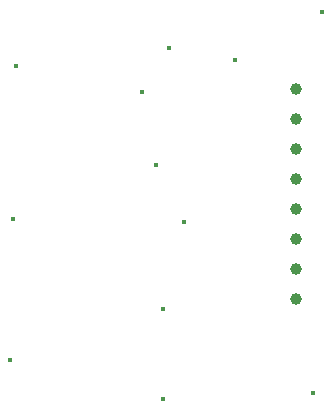
<source format=gbr>
%TF.GenerationSoftware,KiCad,Pcbnew,8.0.3*%
%TF.CreationDate,2024-06-30T20:24:44+02:00*%
%TF.ProjectId,top_led_btn_2MU_TOP,746f705f-6c65-4645-9f62-746e5f324d55,rev?*%
%TF.SameCoordinates,Original*%
%TF.FileFunction,Plated,1,2,PTH,Drill*%
%TF.FilePolarity,Positive*%
%FSLAX46Y46*%
G04 Gerber Fmt 4.6, Leading zero omitted, Abs format (unit mm)*
G04 Created by KiCad (PCBNEW 8.0.3) date 2024-06-30 20:24:44*
%MOMM*%
%LPD*%
G01*
G04 APERTURE LIST*
%TA.AperFunction,ViaDrill*%
%ADD10C,0.400000*%
%TD*%
%TA.AperFunction,ComponentDrill*%
%ADD11C,1.000000*%
%TD*%
G04 APERTURE END LIST*
D10*
X102362000Y-107696000D03*
X102616000Y-95758000D03*
X102870000Y-82804000D03*
X113538000Y-85000000D03*
X114657500Y-91186000D03*
X115316000Y-103378000D03*
X115316000Y-110998000D03*
X115824000Y-81280000D03*
X117094000Y-96012000D03*
X121412000Y-82296000D03*
X128016000Y-110490000D03*
X128778000Y-78232000D03*
D11*
%TO.C,J2*%
X126542800Y-84780000D03*
X126542800Y-87320000D03*
X126542800Y-89860000D03*
X126542800Y-92400000D03*
X126542800Y-94940000D03*
X126542800Y-97480000D03*
X126542800Y-100020000D03*
X126542800Y-102560000D03*
M02*

</source>
